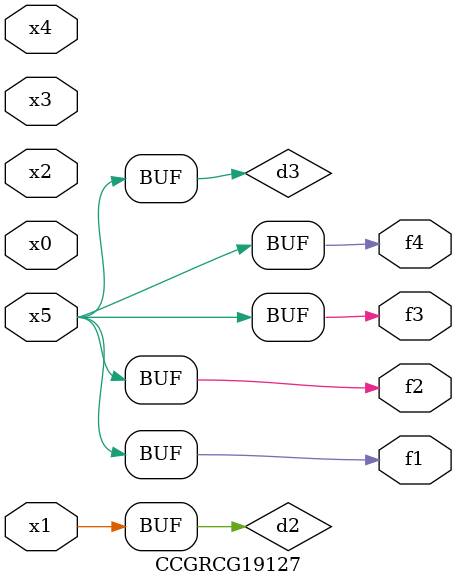
<source format=v>
module CCGRCG19127(
	input x0, x1, x2, x3, x4, x5,
	output f1, f2, f3, f4
);

	wire d1, d2, d3;

	not (d1, x5);
	or (d2, x1);
	xnor (d3, d1);
	assign f1 = d3;
	assign f2 = d3;
	assign f3 = d3;
	assign f4 = d3;
endmodule

</source>
